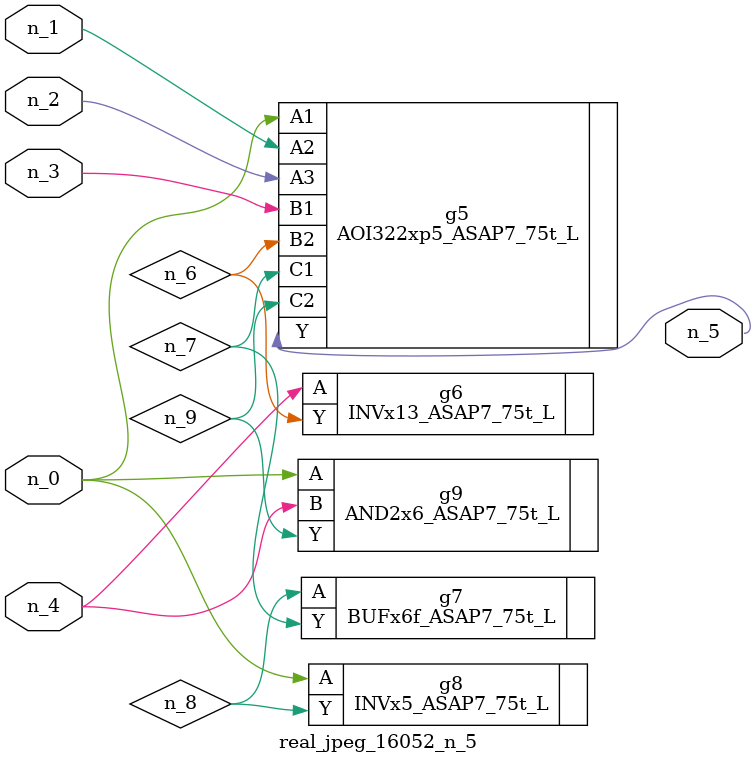
<source format=v>
module real_jpeg_16052_n_5 (n_4, n_0, n_1, n_2, n_3, n_5);

input n_4;
input n_0;
input n_1;
input n_2;
input n_3;

output n_5;

wire n_8;
wire n_6;
wire n_7;
wire n_9;

AOI322xp5_ASAP7_75t_L g5 ( 
.A1(n_0),
.A2(n_1),
.A3(n_2),
.B1(n_3),
.B2(n_6),
.C1(n_7),
.C2(n_9),
.Y(n_5)
);

INVx5_ASAP7_75t_L g8 ( 
.A(n_0),
.Y(n_8)
);

AND2x6_ASAP7_75t_L g9 ( 
.A(n_0),
.B(n_4),
.Y(n_9)
);

INVx13_ASAP7_75t_L g6 ( 
.A(n_4),
.Y(n_6)
);

BUFx6f_ASAP7_75t_L g7 ( 
.A(n_8),
.Y(n_7)
);


endmodule
</source>
